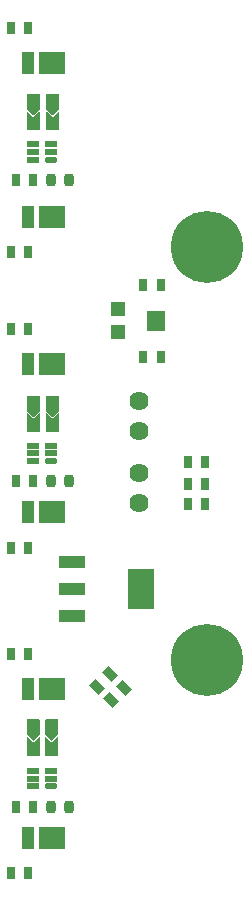
<source format=gts>
G04*
<<<<<<< HEAD
G04 #@! TF.GenerationSoftware,Altium Limited,Altium Designer,24.2.2 (26)*
=======
G04 #@! TF.GenerationSoftware,Altium Limited,Altium Designer,25.1.2 (22)*
>>>>>>> 613e14270cc375eb23a491e7e857863a29f37ea3
G04*
G04 Layer_Color=8388736*
%FSLAX43Y43*%
%MOMM*%
G71*
G04*
<<<<<<< HEAD
G04 #@! TF.SameCoordinates,18943E8E-3CEA-4A4F-804B-3BF1B2EDC90A*
=======
G04 #@! TF.SameCoordinates,424D808E-97C2-44CC-9905-EB33B72B0B61*
>>>>>>> 613e14270cc375eb23a491e7e857863a29f37ea3
G04*
G04*
G04 #@! TF.FilePolarity,Negative*
G04*
G01*
G75*
%ADD13R,0.800X1.100*%
%ADD14R,1.100X1.100*%
%ADD15R,2.160X1.900*%
%ADD16R,1.090X1.900*%
%ADD17R,1.600X1.700*%
%ADD18R,1.300X1.300*%
%ADD19R,2.250X3.400*%
%ADD20R,2.250X1.100*%
G04:AMPARAMS|DCode=21|XSize=0.8mm|YSize=1.1mm|CornerRadius=0.225mm|HoleSize=0mm|Usage=FLASHONLY|Rotation=180.000|XOffset=0mm|YOffset=0mm|HoleType=Round|Shape=RoundedRectangle|*
%AMROUNDEDRECTD21*
21,1,0.800,0.650,0,0,180.0*
21,1,0.350,1.100,0,0,180.0*
1,1,0.450,-0.175,0.325*
1,1,0.450,0.175,0.325*
1,1,0.450,0.175,-0.325*
1,1,0.450,-0.175,-0.325*
%
%ADD21ROUNDEDRECTD21*%
%ADD22R,1.100X0.500*%
%ADD23O,1.100X0.500*%
G04:AMPARAMS|DCode=24|XSize=0.8mm|YSize=1.1mm|CornerRadius=0mm|HoleSize=0mm|Usage=FLASHONLY|Rotation=225.000|XOffset=0mm|YOffset=0mm|HoleType=Round|Shape=Rectangle|*
%AMROTATEDRECTD24*
4,1,4,-0.106,0.672,0.672,-0.106,0.106,-0.672,-0.672,0.106,-0.106,0.672,0.0*
%
%ADD24ROTATEDRECTD24*%

%ADD25C,1.624*%
%ADD26C,6.100*%
G36*
X6479Y70637D02*
X6488Y70634D01*
X6497Y70630D01*
X6505Y70624D01*
X6511Y70616D01*
X6515Y70607D01*
X6518Y70598D01*
X6519Y70588D01*
Y69388D01*
X6519Y69388D01*
X6519Y69383D01*
X6518Y69378D01*
X6516Y69371D01*
X6515Y69369D01*
X6511Y69360D01*
X6505Y69352D01*
X6005Y68852D01*
X5997Y68846D01*
X5988Y68842D01*
X5979Y68839D01*
X5969Y68838D01*
X5959Y68839D01*
X5950Y68842D01*
X5941Y68846D01*
X5933Y68852D01*
X5433Y69352D01*
X5427Y69360D01*
X5423Y69369D01*
X5420Y69378D01*
X5419Y69388D01*
X5419Y69388D01*
Y70588D01*
X5420Y70598D01*
X5423Y70607D01*
X5427Y70616D01*
X5433Y70624D01*
X5441Y70630D01*
X5450Y70634D01*
X5459Y70637D01*
X5469Y70638D01*
X6469D01*
X6479Y70637D01*
D02*
G37*
G36*
X4828Y70637D02*
X4837Y70634D01*
X4846Y70630D01*
X4854Y70624D01*
X4860Y70616D01*
X4864Y70607D01*
X4867Y70598D01*
X4868Y70588D01*
Y69388D01*
X4868Y69388D01*
X4868Y69383D01*
X4867Y69378D01*
X4865Y69371D01*
X4864Y69369D01*
X4860Y69360D01*
X4854Y69352D01*
X4354Y68852D01*
X4346Y68846D01*
X4337Y68842D01*
X4328Y68839D01*
X4318Y68838D01*
X4308Y68839D01*
X4299Y68842D01*
X4290Y68846D01*
X4282Y68852D01*
X3782Y69352D01*
X3776Y69360D01*
X3772Y69369D01*
X3769Y69378D01*
X3768Y69388D01*
X3768Y69388D01*
Y70588D01*
X3769Y70598D01*
X3772Y70607D01*
X3776Y70616D01*
X3782Y70624D01*
X3790Y70630D01*
X3799Y70634D01*
X3808Y70637D01*
X3818Y70638D01*
X4818D01*
X4828Y70637D01*
D02*
G37*
G36*
X4823Y69138D02*
X4828Y69137D01*
X4835Y69135D01*
X4837Y69134D01*
X4846Y69130D01*
X4854Y69124D01*
X4860Y69116D01*
X4864Y69107D01*
X4865Y69105D01*
X4867Y69098D01*
X4868Y69093D01*
X4868Y69088D01*
X4868Y69088D01*
Y67588D01*
X4867Y67578D01*
X4864Y67569D01*
X4860Y67560D01*
X4854Y67552D01*
X4846Y67546D01*
X4837Y67542D01*
X4828Y67539D01*
X4818Y67538D01*
X3818D01*
X3808Y67539D01*
X3799Y67542D01*
X3790Y67546D01*
X3782Y67552D01*
X3776Y67560D01*
X3772Y67569D01*
X3769Y67578D01*
X3768Y67588D01*
X3768Y69088D01*
X3768Y69088D01*
X3769Y69098D01*
X3772Y69107D01*
X3776Y69116D01*
X3782Y69124D01*
X3790Y69130D01*
X3799Y69134D01*
X3808Y69137D01*
X3818Y69138D01*
X3828Y69137D01*
X3837Y69134D01*
X3846Y69130D01*
X3850Y69126D01*
X3854Y69124D01*
X3854Y69124D01*
X4318Y68659D01*
X4782Y69124D01*
X4790Y69130D01*
X4799Y69134D01*
X4801Y69135D01*
X4808Y69137D01*
X4813Y69138D01*
X4818Y69138D01*
X4823Y69138D01*
D02*
G37*
G36*
X6474Y69138D02*
X6479Y69137D01*
X6486Y69135D01*
X6488Y69134D01*
X6497Y69130D01*
X6505Y69124D01*
X6511Y69116D01*
X6515Y69107D01*
X6516Y69105D01*
X6518Y69098D01*
X6519Y69093D01*
X6519Y69088D01*
X6519Y69088D01*
Y67588D01*
X6518Y67578D01*
X6515Y67569D01*
X6511Y67560D01*
X6505Y67552D01*
X6497Y67546D01*
X6488Y67542D01*
X6479Y67539D01*
X6469Y67538D01*
X5469D01*
X5459Y67539D01*
X5450Y67542D01*
X5441Y67546D01*
X5433Y67552D01*
X5427Y67560D01*
X5423Y67569D01*
X5420Y67578D01*
X5419Y67588D01*
Y69088D01*
X5419Y69088D01*
X5420Y69098D01*
X5423Y69107D01*
X5427Y69116D01*
X5433Y69124D01*
X5441Y69130D01*
X5450Y69134D01*
X5459Y69137D01*
X5469Y69138D01*
X5479Y69137D01*
X5488Y69134D01*
X5497Y69130D01*
X5505Y69124D01*
X5969Y68659D01*
X6433Y69124D01*
X6441Y69130D01*
X6450Y69134D01*
X6452Y69135D01*
X6459Y69137D01*
X6464Y69138D01*
X6469Y69138D01*
X6474Y69138D01*
D02*
G37*
G36*
X6479Y45094D02*
X6488Y45091D01*
X6497Y45087D01*
X6505Y45081D01*
X6511Y45073D01*
X6515Y45064D01*
X6518Y45055D01*
X6519Y45045D01*
Y43845D01*
X6519Y43845D01*
X6519Y43840D01*
X6518Y43835D01*
X6516Y43828D01*
X6515Y43826D01*
X6511Y43817D01*
X6505Y43809D01*
X6005Y43309D01*
X5997Y43303D01*
X5988Y43299D01*
X5979Y43296D01*
X5969Y43295D01*
X5959Y43296D01*
X5950Y43299D01*
X5941Y43303D01*
X5933Y43309D01*
X5433Y43809D01*
X5427Y43817D01*
X5423Y43826D01*
X5420Y43835D01*
X5419Y43845D01*
X5419Y43845D01*
Y45045D01*
X5420Y45055D01*
X5423Y45064D01*
X5427Y45073D01*
X5433Y45081D01*
X5441Y45087D01*
X5450Y45091D01*
X5459Y45094D01*
X5469Y45095D01*
X6469D01*
X6479Y45094D01*
D02*
G37*
G36*
X4828D02*
X4837Y45091D01*
X4846Y45087D01*
X4854Y45081D01*
X4860Y45073D01*
X4864Y45064D01*
X4867Y45055D01*
X4868Y45045D01*
Y43845D01*
X4868Y43845D01*
X4868Y43840D01*
X4867Y43835D01*
X4865Y43828D01*
X4864Y43826D01*
X4860Y43817D01*
X4854Y43809D01*
X4354Y43309D01*
X4346Y43303D01*
X4337Y43299D01*
X4328Y43296D01*
X4318Y43295D01*
X4308Y43296D01*
X4299Y43299D01*
X4290Y43303D01*
X4282Y43309D01*
X3782Y43809D01*
X3776Y43817D01*
X3772Y43826D01*
X3769Y43835D01*
X3768Y43845D01*
X3768Y43845D01*
Y45045D01*
X3769Y45055D01*
X3772Y45064D01*
X3776Y45073D01*
X3782Y45081D01*
X3790Y45087D01*
X3799Y45091D01*
X3808Y45094D01*
X3818Y45095D01*
X4818D01*
X4828Y45094D01*
D02*
G37*
G36*
X6474Y43595D02*
X6479Y43594D01*
X6486Y43592D01*
X6488Y43591D01*
X6497Y43587D01*
X6505Y43581D01*
X6511Y43573D01*
X6515Y43564D01*
X6516Y43562D01*
X6518Y43555D01*
X6519Y43550D01*
X6519Y43545D01*
X6519Y43545D01*
Y42045D01*
X6518Y42035D01*
X6515Y42026D01*
X6511Y42017D01*
X6505Y42009D01*
X6497Y42003D01*
X6488Y41999D01*
X6479Y41996D01*
X6469Y41995D01*
X5469Y41995D01*
X5459Y41996D01*
X5450Y41999D01*
X5441Y42003D01*
X5433Y42009D01*
X5427Y42017D01*
X5423Y42026D01*
X5420Y42035D01*
X5419Y42045D01*
X5419Y43545D01*
X5419Y43545D01*
X5420Y43555D01*
X5423Y43564D01*
X5427Y43573D01*
X5433Y43581D01*
X5441Y43587D01*
X5450Y43591D01*
X5459Y43594D01*
X5469Y43595D01*
X5479Y43594D01*
X5488Y43591D01*
X5497Y43587D01*
X5505Y43581D01*
X5969Y43116D01*
X6433Y43581D01*
X6441Y43587D01*
X6450Y43591D01*
X6452Y43592D01*
X6459Y43594D01*
X6464Y43595D01*
X6469Y43595D01*
X6474Y43595D01*
D02*
G37*
G36*
X4823D02*
X4828Y43594D01*
X4835Y43592D01*
X4837Y43591D01*
X4846Y43587D01*
X4854Y43581D01*
X4860Y43573D01*
X4864Y43564D01*
X4865Y43562D01*
X4867Y43555D01*
X4868Y43550D01*
X4868Y43545D01*
X4868Y43545D01*
Y42045D01*
X4867Y42035D01*
X4864Y42026D01*
X4860Y42017D01*
X4854Y42009D01*
X4846Y42003D01*
X4837Y41999D01*
X4828Y41996D01*
X4818Y41995D01*
X3818Y41995D01*
X3808Y41996D01*
X3799Y41999D01*
X3790Y42003D01*
X3782Y42009D01*
X3776Y42017D01*
X3772Y42026D01*
X3769Y42035D01*
X3768Y42045D01*
X3768Y43545D01*
X3768Y43545D01*
X3769Y43555D01*
X3772Y43564D01*
X3776Y43573D01*
X3782Y43581D01*
X3790Y43587D01*
X3799Y43591D01*
X3808Y43594D01*
X3818Y43595D01*
X3828Y43594D01*
X3837Y43591D01*
X3846Y43587D01*
X3854Y43581D01*
X4318Y43116D01*
X4782Y43581D01*
X4790Y43587D01*
X4799Y43591D01*
X4801Y43592D01*
X4808Y43594D01*
X4813Y43595D01*
X4818Y43595D01*
X4823Y43595D01*
D02*
G37*
G36*
X4828Y17674D02*
X4837Y17671D01*
X4846Y17667D01*
X4854Y17661D01*
X4860Y17653D01*
X4864Y17644D01*
X4867Y17635D01*
X4868Y17625D01*
Y16425D01*
X4868Y16425D01*
X4868Y16420D01*
X4867Y16415D01*
X4865Y16408D01*
X4864Y16406D01*
X4860Y16397D01*
X4854Y16389D01*
X4354Y15889D01*
X4346Y15883D01*
X4337Y15879D01*
X4328Y15876D01*
X4318Y15875D01*
X4308Y15876D01*
X4299Y15879D01*
X4290Y15883D01*
X4282Y15889D01*
X3782Y16389D01*
X3776Y16397D01*
X3772Y16406D01*
X3769Y16415D01*
X3768Y16425D01*
X3768Y16425D01*
Y17625D01*
X3769Y17635D01*
X3772Y17644D01*
X3776Y17653D01*
X3782Y17661D01*
X3790Y17667D01*
X3799Y17671D01*
X3808Y17674D01*
X3818Y17675D01*
X4818D01*
X4828Y17674D01*
D02*
G37*
G36*
X6397Y17674D02*
X6407Y17671D01*
X6415Y17667D01*
X6423Y17661D01*
X6429Y17653D01*
X6434Y17644D01*
X6437Y17635D01*
X6438Y17625D01*
X6438Y16425D01*
X6438Y16425D01*
X6437Y16420D01*
X6437Y16415D01*
X6435Y16408D01*
X6434Y16406D01*
X6429Y16397D01*
X6423Y16389D01*
X5923Y15889D01*
X5915Y15883D01*
X5907Y15879D01*
X5897Y15876D01*
X5887Y15875D01*
X5878Y15876D01*
X5868Y15879D01*
X5860Y15883D01*
X5852Y15889D01*
X5352Y16389D01*
X5346Y16397D01*
X5341Y16406D01*
X5338Y16415D01*
X5337Y16425D01*
X5337Y16425D01*
Y17625D01*
X5338Y17635D01*
X5341Y17644D01*
X5346Y17653D01*
X5352Y17661D01*
X5360Y17667D01*
X5368Y17671D01*
X5378Y17674D01*
X5387Y17675D01*
X6387Y17675D01*
X6397Y17674D01*
D02*
G37*
G36*
X6392Y16175D02*
X6397Y16174D01*
X6405Y16172D01*
X6407Y16171D01*
X6415Y16167D01*
X6423Y16161D01*
X6429Y16153D01*
X6434Y16144D01*
X6435Y16142D01*
X6437Y16135D01*
X6437Y16130D01*
X6438Y16125D01*
X6438Y16125D01*
Y14625D01*
X6437Y14615D01*
X6434Y14606D01*
X6429Y14597D01*
X6423Y14589D01*
X6415Y14583D01*
X6407Y14579D01*
X6397Y14576D01*
X6387Y14575D01*
X5387D01*
X5378Y14576D01*
X5368Y14579D01*
X5360Y14583D01*
X5352Y14589D01*
X5346Y14597D01*
X5341Y14606D01*
X5338Y14615D01*
X5337Y14625D01*
Y16125D01*
X5337Y16125D01*
X5338Y16135D01*
X5341Y16144D01*
X5346Y16153D01*
X5352Y16161D01*
X5360Y16167D01*
X5368Y16171D01*
X5378Y16174D01*
X5387Y16175D01*
X5397Y16174D01*
X5407Y16171D01*
X5415Y16167D01*
X5423Y16161D01*
X5887Y15696D01*
X6352Y16161D01*
X6360Y16167D01*
X6368Y16171D01*
X6370Y16172D01*
X6378Y16174D01*
X6383Y16175D01*
X6387Y16175D01*
X6392Y16175D01*
D02*
G37*
G36*
X4823D02*
X4828Y16174D01*
X4835Y16172D01*
X4837Y16171D01*
X4846Y16167D01*
X4854Y16161D01*
X4860Y16153D01*
X4864Y16144D01*
X4865Y16142D01*
X4867Y16135D01*
X4868Y16130D01*
X4868Y16125D01*
X4868Y16125D01*
X4868Y14625D01*
X4867Y14615D01*
X4864Y14606D01*
X4860Y14597D01*
X4854Y14589D01*
X4846Y14583D01*
X4837Y14579D01*
X4828Y14576D01*
X4818Y14575D01*
X3818Y14575D01*
X3808Y14576D01*
X3799Y14579D01*
X3790Y14583D01*
X3782Y14589D01*
X3776Y14597D01*
X3772Y14606D01*
X3769Y14615D01*
X3768Y14625D01*
Y16125D01*
X3768Y16125D01*
X3769Y16135D01*
X3772Y16144D01*
X3776Y16153D01*
X3782Y16161D01*
X3790Y16167D01*
X3799Y16171D01*
X3808Y16174D01*
X3818Y16175D01*
X3828Y16174D01*
X3837Y16171D01*
X3846Y16167D01*
X3854Y16161D01*
X4318Y15696D01*
X4782Y16161D01*
X4790Y16167D01*
X4799Y16171D01*
X4801Y16172D01*
X4808Y16174D01*
X4813Y16175D01*
X4818Y16175D01*
X4823Y16175D01*
D02*
G37*
D13*
X15101Y54483D02*
D03*
X13601D02*
D03*
Y48387D02*
D03*
X15101D02*
D03*
X2405Y76254D02*
D03*
X3905D02*
D03*
X17399Y39497D02*
D03*
X18899D02*
D03*
X17392Y37584D02*
D03*
X18892D02*
D03*
X18892Y35933D02*
D03*
X17392D02*
D03*
X3905Y4666D02*
D03*
X2405D02*
D03*
X2825Y10287D02*
D03*
X4325D02*
D03*
X3905Y23206D02*
D03*
X2405D02*
D03*
X3905Y32206D02*
D03*
X2405D02*
D03*
X3905Y50746D02*
D03*
X2405D02*
D03*
X2825Y37846D02*
D03*
X4325D02*
D03*
X3905Y57206D02*
D03*
X2405D02*
D03*
X2825Y63373D02*
D03*
X4325D02*
D03*
D14*
X4318Y42545D02*
D03*
X4318Y44545D02*
D03*
X5969Y42545D02*
D03*
X5969Y44545D02*
D03*
X4318Y15125D02*
D03*
X4318Y17125D02*
D03*
X5969Y68088D02*
D03*
X5969Y70088D02*
D03*
X4318Y68088D02*
D03*
X4318Y70088D02*
D03*
X5887Y15125D02*
D03*
X5887Y17125D02*
D03*
D15*
X5880Y73254D02*
D03*
Y7666D02*
D03*
Y20206D02*
D03*
Y35206D02*
D03*
Y47746D02*
D03*
Y60206D02*
D03*
D16*
X3905Y73254D02*
D03*
Y7666D02*
D03*
Y20206D02*
D03*
Y35206D02*
D03*
Y47746D02*
D03*
Y60206D02*
D03*
D17*
X14726Y51435D02*
D03*
D18*
X11476Y50435D02*
D03*
Y52435D02*
D03*
D19*
X13466Y28702D02*
D03*
D20*
X7616Y26402D02*
D03*
X7616Y28702D02*
D03*
X7616Y31002D02*
D03*
D21*
X5825Y10287D02*
D03*
X7325D02*
D03*
X5825Y37846D02*
D03*
X7325D02*
D03*
X5825Y63373D02*
D03*
X7325D02*
D03*
D22*
X4325Y13316D02*
D03*
Y12666D02*
D03*
Y12016D02*
D03*
X5825Y13316D02*
D03*
Y12666D02*
D03*
X4325Y40856D02*
D03*
Y40206D02*
D03*
Y39556D02*
D03*
X5825Y40856D02*
D03*
Y40206D02*
D03*
X4325Y66364D02*
D03*
Y65714D02*
D03*
Y65064D02*
D03*
X5825Y66364D02*
D03*
Y65714D02*
D03*
D23*
Y12016D02*
D03*
Y39556D02*
D03*
Y65064D02*
D03*
D24*
X10900Y19282D02*
D03*
X11960Y20342D02*
D03*
X9757Y20425D02*
D03*
X10817Y21485D02*
D03*
D25*
X13296Y42054D02*
D03*
X13296Y44594D02*
D03*
Y35958D02*
D03*
Y38498D02*
D03*
D26*
X19005Y57706D02*
D03*
Y22706D02*
D03*
M02*

</source>
